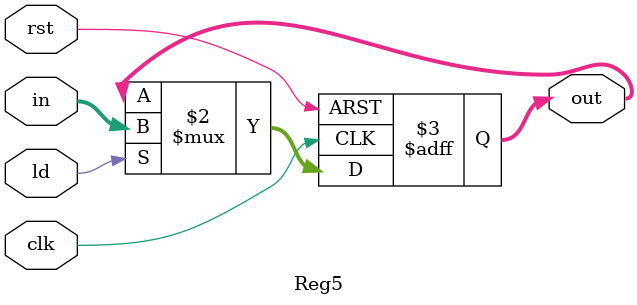
<source format=v>
`timescale 1ns/1ns
module Reg5(input clk, rst, ld, input [4:0] in, output reg [4:0] out);
	always @(posedge clk, posedge rst) begin
		if(rst) begin
			out <= 5'b0;
		end else begin
			out <= ld ? in : out;
		end
	end
endmodule

</source>
